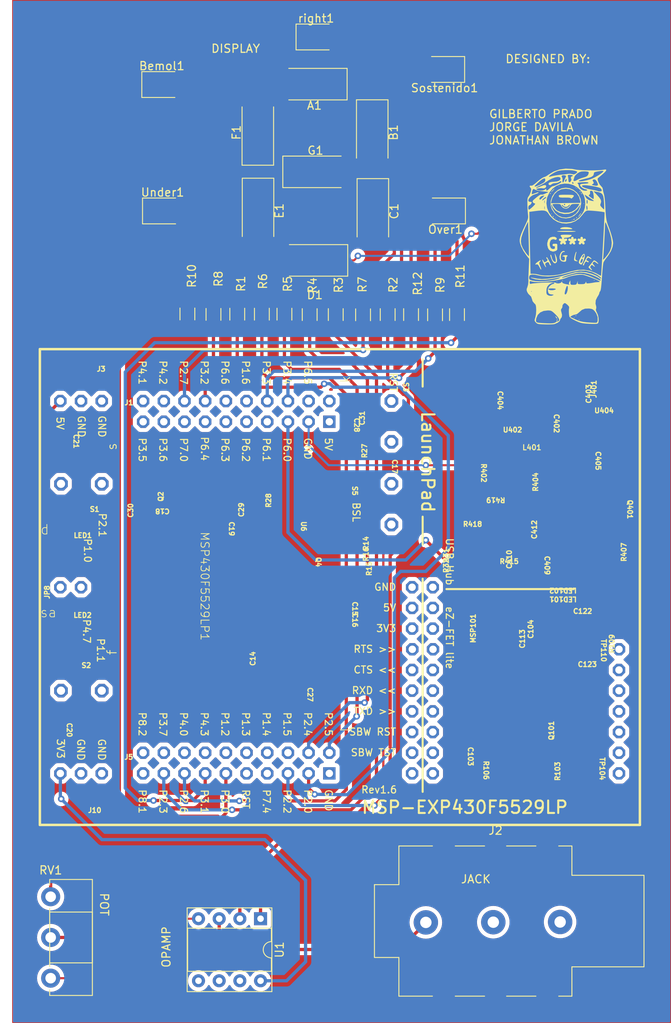
<source format=kicad_pcb>
(kicad_pcb (version 20221018) (generator pcbnew)
  (layers (0 "F.Cu" signal) (31 "B.Cu" signal) (34 "B.Paste" user) (35 "F.Paste" user) (36 "B.SilkS" user "B.Silkscreen") (37 "F.SilkS" user "F.Silkscreen") (38 "B.Mask" user) (39 "F.Mask" user) (44 "Edge.Cuts" user))
  (net 0 "")
  (net 1 "Net-(A1-A)")
  (net 2 "Net-(B1-A)")
  (net 3 "Net-(Bemol1-A)")
  (net 4 "Net-(C1-A)")
  (net 5 "Net-(Under1-A)")
  (net 6 "Net-(F1-A)")
  (net 7 "Net-(E1-A)")
  (net 8 "Net-(D1-A)")
  (net 9 "Net-(G1-A)")
  (net 10 "Net-(Sostenido1-A)")
  (net 11 "Net-(Over1-A)")
  (net 12 "/RUnd")
  (net 13 "/RBmol")
  (net 14 "/A")
  (net 15 "/F")
  (net 16 "/E")
  (net 17 "/D")
  (net 18 "/C")
  (net 19 "/G")
  (net 20 "/B")
  (net 21 "/RIGTH")
  (net 22 "/#")
  (net 23 "Net-(right1-A)")
  (net 24 "Net-(U1A-+)")
  (net 25 "/OVER")
  (net 26 "Net-(U1A--)")
  (net 27 "Net-(A1-K)")
  (net 28 "unconnected-(MSP430F5529LP1-3.3V-Pad1)")
  (net 34 "Net-(MSP430F5529LP1-5V)")
  (net 35 "Net-(MSP430F5529LP1-P6.0)")
  (footprint "LED_SMD:LED_2512_6332Metric_Pad1.52x3.35mm_HandSolder" (layer "F.Cu") (at 72.5775 39.4716 90)
    (fp_text reference "F1")
    (fp_text value "LED")
  )
  (footprint "LED_SMD:LED_1210_3225Metric_Pad1.42x2.65mm_HandSolder" (layer "F.Cu") (at 95.504 31.7246 180)
    (fp_text reference "Sostenido1")
    (fp_text value "LED")
  )
  (footprint "LED_SMD:LED_2512_6332Metric_Pad1.52x3.35mm_HandSolder" (layer "F.Cu") (at 79.6544 44.2976)
    (fp_text reference "G1")
    (fp_text value "LED")
  )
  (footprint "Resistor_SMD:R_1206_3216Metric_Pad1.30x1.75mm_HandSolder" (layer "F.Cu") (at 73.0758 61.7728 -90)
    (fp_text reference "R6")
    (fp_text value "R")
  )
  (footprint "LOGO" (layer "F.Cu") (at 110.441 53.2436)
    (fp_text reference "G***")
    (fp_text value "LOGO" hide)
  )
  (footprint "Resistor_SMD:R_1206_3216Metric_Pad1.30x1.75mm_HandSolder" (layer "F.Cu") (at 82.1436 61.8236 -90)
    (fp_text reference "R3")
    (fp_text value "R")
  )
  (footprint "LED_SMD:LED_2512_6332Metric_Pad1.52x3.35mm_HandSolder" (layer "F.Cu") (at 86.6237 39.4619 -90)
    (fp_text reference "B1")
    (fp_text value "LED")
  )
  (footprint "Resistor_SMD:R_1206_3216Metric_Pad1.30x1.75mm_HandSolder" (layer "F.Cu") (at 88.519 61.8236 -90)
    (fp_text reference "R2")
    (fp_text value "R")
  )
  (footprint "LED_SMD:LED_2512_6332Metric_Pad1.52x3.35mm_HandSolder" (layer "F.Cu") (at 79.5274 33.528 180)
    (fp_text reference "A1")
    (fp_text value "LED")
  )
  (footprint "Resistor_SMD:R_1206_3216Metric_Pad1.30x1.75mm_HandSolder" (layer "F.Cu") (at 75.8444 61.7728 -90)
    (fp_text reference "R5")
    (fp_text value "R")
  )
  (footprint "LED_SMD:LED_2512_6332Metric_Pad1.52x3.35mm_HandSolder" (layer "F.Cu") (at 79.6036 55.1688 180)
    (fp_text reference "D1")
    (fp_text value "LED")
  )
  (footprint "Resistor_SMD:R_1206_3216Metric_Pad1.30x1.75mm_HandSolder" (layer "F.Cu") (at 94.3356 61.849 -90)
    (fp_text reference "R9")
    (fp_text value "R")
  )
  (footprint "LED_SMD:LED_1210_3225Metric_Pad1.42x2.65mm_HandSolder" (layer "F.Cu") (at 95.6056 49.0982 180)
    (fp_text reference "Over1")
    (fp_text value "LED")
  )
  (footprint "Resistor_SMD:R_1206_3216Metric_Pad1.30x1.75mm_HandSolder" (layer "F.Cu") (at 91.3892 61.8236 -90)
    (fp_text reference "R12")
    (fp_text value "R")
  )
  (footprint "Resistor_SMD:R_1206_3216Metric_Pad1.30x1.75mm_HandSolder" (layer "F.Cu") (at 67.1322 61.7982 -90)
    (fp_text reference "R8")
    (fp_text value "R")
  )
  (footprint "Resistor_SMD:R_1206_3216Metric_Pad1.30x1.75mm_HandSolder" (layer "F.Cu") (at 70.0532 61.7728 -90)
    (fp_text reference "R1")
    (fp_text value "R")
  )
  (footprint "LED_SMD:LED_2512_6332Metric_Pad1.52x3.35mm_HandSolder" (layer "F.Cu") (at 72.6029 49.0885 -90)
    (fp_text reference "E1")
    (fp_text value "LED")
  )
  (footprint "Resistor_SMD:R_1206_3216Metric_Pad1.30x1.75mm_HandSolder" (layer "F.Cu") (at 97.028 61.8236 -90)
    (fp_text reference "R11")
    (fp_text value "R")
  )
  (footprint "LED_SMD:LED_1210_3225Metric_Pad1.42x2.65mm_HandSolder" (layer "F.Cu") (at 79.7306 27.7368)
    (fp_text reference "right1")
    (fp_text value "LED")
  )
  (footprint "MSP430F5529:MSP430F5529LP" (layer "F.Cu") (at 64.516 95.1738 -90)
    (fp_text reference "MSP430F5529LP1")
    (fp_text value "~")
  )
  (footprint "LED_SMD:LED_1210_3225Metric_Pad1.42x2.65mm_HandSolder" (layer "F.Cu") (at 60.8838 49.0982)
    (fp_text reference "Under1")
    (fp_text value "LED")
  )
  (footprint "Resistor_SMD:R_1206_3216Metric_Pad1.30x1.75mm_HandSolder" (layer "F.Cu") (at 78.9432 61.8236 -90)
    (fp_text reference "R4")
    (fp_text value "R")
  )
  (footprint "Connector_Audio:Jack_6.35mm_Neutrik_NMJ6HFD3_Horizontal" (layer "F.Cu") (at 95.4146 128.1752)
    (fp_text reference "J2")
    (fp_text value "AudioJack3")
  )
  (footprint "Resistor_SMD:R_1206_3216Metric_Pad1.30x1.75mm_HandSolder" (layer "F.Cu") (at 63.9318 61.7474 -90)
    (fp_text reference "R10")
    (fp_text value "R")
  )
  (footprint "Potentiometer_THT:Potentiometer_ACP_CA14-H2,5_Horizontal" (layer "F.Cu") (at 47.1474 133.303)
    (fp_text reference "RV1")
    (fp_text value "R_Potentiometer")
  )
  (footprint "LED_SMD:LED_2512_6332Metric_Pad1.52x3.35mm_HandSolder" (layer "F.Cu") (at 86.6999 49.1393 -90)
    (fp_text reference "C1")
    (fp_text value "LED")
  )
  (footprint "Package_DIP:DIP-8_W7.62mm_Socket" (layer "F.Cu") (at 72.9134 136.0016 -90)
    (fp_text reference "U1")
    (fp_text value "LM358")
  )
  (footprint "LED_SMD:LED_1210_3225Metric_Pad1.42x2.65mm_HandSolder" (layer "F.Cu") (at 60.7965 33.5788)
    (fp_text reference "Bemol1")
    (fp_text value "LED")
  )
  (footprint "Resistor_SMD:R_1206_3216Metric_Pad1.30x1.75mm_HandSolder" (layer "F.Cu") (at 85.4964 61.849 -90)
    (fp_text reference "R7")
    (fp_text value "R")
  )
  (gr_rect (start 42.5214 23.297) (end 123.2172 148.7222) (stroke (width 0.2)) (fill none) (layer "F.Cu"))
  (gr_text "GILBERTO PRADO\nJORGE DAVILA\nJONATHAN BROWN" (at 100.8906 41.0008) (layer "F.SilkS") (effects (font (size 1 1)) (justify left bottom)))
  (gr_text "OPAMP" (at 61.927 142.0928 90) (layer "F.SilkS") (effects (font (size 1 1)) (justify left bottom)))
  (gr_text "POT\n" (at 53.1386 132.7456 -90) (layer "F.SilkS") (effects (font (size 1 1)) (justify left bottom)))
  (gr_text "JACK\n" (at 97.4362 131.7296) (layer "F.SilkS") (effects (font (size 1 1)) (justify left bottom)))
  (gr_text "DESIGNED BY:" (at 102.8972 31.0186) (layer "F.SilkS") (effects (font (size 1 1)) (justify left bottom)))
  (gr_text "DISPLAY\n" (at 66.7784 29.7486) (layer "F.SilkS") (effects (font (size 1 1)) (justify left bottom)))
  (segment (start 68.023 56.19) (end 68.023 36.3964) (width 0.4) (layer "F.Cu") (net 1))
  (segment (start 70.8914 33.528) (end 76.5399 33.528) (width 0.4) (layer "F.Cu") (net 1))
  (segment (start 68.023 36.3964) (end 70.8914 33.528) (width 0.4) (layer "F.Cu") (net 1))
  (segment (start 70.0532 60.2228) (end 70.0532 58.2202) (width 0.4) (layer "F.Cu") (net 1))
  (segment (start 70.0532 58.2202) (end 68.023 56.19) (width 0.4) (layer "F.Cu") (net 1))
  (segment (start 88.519 57.1754) (end 88.519 60.2736) (width 0.4) (layer "F.Cu") (net 2))
  (segment (start 90.2208 55.4736) (end 88.519 57.1754) (width 0.4) (layer "F.Cu") (net 2))
  (segment (start 90.2208 44.1198) (end 90.2208 55.4736) (width 0.4) (layer "F.Cu") (net 2))
  (segment (start 86.6237 42.4494) (end 87.1257 42.9514) (width 0.4) (layer "F.Cu") (net 2))
  (segment (start 89.0524 42.9514) (end 90.2208 44.1198) (width 0.4) (layer "F.Cu") (net 2))
  (segment (start 87.1257 42.9514) (end 89.0524 42.9514) (width 0.4) (layer "F.Cu") (net 2))
  (segment (start 65.5338 36.8286) (end 65.5338 56.5964) (width 0.4) (layer "F.Cu") (net 3))
  (segment (start 65.5338 56.5964) (end 67.1322 58.1948) (width 0.4) (layer "F.Cu") (net 3))
  (segment (start 67.1322 58.1948) (end 67.1322 60.2482) (width 0.4) (layer "F.Cu") (net 3))
  (segment (start 62.284 33.5788) (end 65.5338 36.8286) (width 0.4) (layer "F.Cu") (net 3))
  (segment (start 84.0486 51.2318) (end 84.074 51.2064) (width 0.4) (layer "F.Cu") (net 4))
  (segment (start 84.074 51.2064) (end 84.9944 52.1268) (width 0.4) (layer "F.Cu") (net 4))
  (segment (start 84.9944 52.1268) (end 86.6999 52.1268) (width 0.4) (layer "F.Cu") (net 4))
  (segment (start 79.6544 56.7182) (end 79.6544 52.324) (width 0.4) (layer "F.Cu") (net 4))
  (segment (start 80.7466 51.2318) (end 84.0486 51.2318) (width 0.4) (layer "F.Cu") (net 4))
  (segment (start 82.1436 60.2736) (end 82.1436 59.2074) (width 0.4) (layer "F.Cu") (net 4))
  (segment (start 82.1436 59.2074) (end 79.6544 56.7182) (width 0.4) (layer "F.Cu") (net 4))
  (segment (start 79.6544 52.324) (end 80.7466 51.2318) (width 0.4) (layer "F.Cu") (net 4))
  (segment (start 62.3713 58.6369) (end 63.9318 60.1974) (width 0.4) (layer "F.Cu") (net 5))
  (segment (start 62.3713 49.0982) (end 62.3713 58.6369) (width 0.4) (layer "F.Cu") (net 5))
  (segment (start 69.801 37.3108) (end 70.6277 36.4841) (width 0.4) (layer "F.Cu") (net 6))
  (segment (start 70.6277 36.4841) (end 72.5775 36.4841) (width 0.4) (layer "F.Cu") (net 6))
  (segment (start 69.801 55.1198) (end 69.801 37.3108) (width 0.4) (layer "F.Cu") (net 6))
  (segment (start 73.0758 60.2228) (end 73.0758 58.3946) (width 0.4) (layer "F.Cu") (net 6))
  (segment (start 73.0758 58.3946) (end 69.801 55.1198) (width 0.4) (layer "F.Cu") (net 6))
  (segment (start 72.6029 52.076) (end 74.3204 53.7935) (width 0.4) (layer "F.Cu") (net 7))
  (segment (start 75.8444 58.801) (end 75.8444 60.2228) (width 0.4) (layer "F.Cu") (net 7))
  (segment (start 74.3204 53.7935) (end 74.3204 57.277) (width 0.4) (layer "F.Cu") (net 7))
  (segment (start 74.3204 57.277) (end 75.8444 58.801) (width 0.4) (layer "F.Cu") (net 7))
  (segment (start 78.486 57.531) (end 78.9432 57.9882) (width 0.4) (layer "F.Cu") (net 8))
  (segment (start 78.9432 57.9882) (end 78.9432 60.2736) (width 0.4) (layer "F.Cu") (net 8))
  (segment (start 76.6161 55.1688) (end 78.486 57.0387) (width 0.4) (layer "F.Cu") (net 8))
  (segment (start 78.486 57.0387) (end 78.486 57.531) (width 0.4) (layer "F.Cu") (net 8))
  (segment (start 88.3412 49.2506) (end 89.3318 50.2412) (width 0.4) (layer "F.Cu") (net 9))
  (segment (start 85.4964 58.1914) (end 85.4964 60.299) (width 0.4) (layer "F.Cu") (net 9))
  (segment (start 89.3318 54.356) (end 85.4964 58.1914) (width 0.4) (layer "F.Cu") (net 9))
  (segment (start 82.6419 47.1327) (end 84.7598 49.2506) (width 0.4) (layer "F.Cu") (net 9))
  (segment (start 89.3318 50.2412) (end 89.3318 54.356) (width 0.4) (layer "F.Cu") (net 9))
  (segment (start 84.7598 49.2506) (end 88.3412 49.2506) (width 0.4) (layer "F.Cu") (net 9))
  (segment (start 82.6419 44.2976) (end 82.6419 47.1327) (width 0.4) (layer "F.Cu") (net 9))
  (segment (start 94.3356 53.2892) (end 94.3356 60.299) (width 0.4) (layer "F.Cu") (net 10))
  (segment (start 92.4814 46.4312) (end 92.4814 51.435) (width 0.4) (layer "F.Cu") (net 10))
  (segment (start 94.0165 31.7246) (end 94.0165 44.8961) (width 0.4) (layer "F.Cu") (net 10))
  (segment (start 92.4814 51.435) (end 94.3356 53.2892) (width 0.4) (layer "F.Cu") (net 10))
  (segment (start 94.0165 44.8961) (end 92.4814 46.4312) (width 0.4) (layer "F.Cu") (net 10))
  (segment (start 95.2754 51.943) (end 96.1644 51.943) (width 0.4) (layer "F.Cu") (net 11))
  (segment (start 94.1181 50.7857) (end 95.2754 51.943) (width 0.4) (layer "F.Cu") (net 11))
  (segment (start 94.1181 49.0982) (end 94.1181 50.7857) (width 0.4) (layer "F.Cu") (net 11))
  (segment (start 96.1644 51.943) (end 97.028 52.8066) (width 0.4) (layer "F.Cu") (net 11))
  (segment (start 97.028 52.8066) (end 97.028 60.2736) (width 0.4) (layer "F.Cu") (net 11))
  (segment (start 68.6562 123.0376) (end 68.6562 118.1608) (width 0.4) (layer "F.Cu") (net 12))
  (segment (start 55.5752 67.31) (end 55.5752 121.6152) (width 0.4) (layer "F.Cu") (net 12))
  (segment (start 55.5752 121.6152) (end 57.3786 123.4186) (width 0.4) (layer "F.Cu") (net 12))
  (segment (start 67.6656 123.4186) (end 67.9704 123.7234) (width 0.4) (layer "F.Cu") (net 12))
  (segment (start 59.5878 63.2974) (end 55.5752 67.31) (width 0.4) (layer "F.Cu") (net 12))
  (segment (start 63.9318 63.2974) (end 59.5878 63.2974) (width 0.4) (layer "F.Cu") (net 12))
  (segment (start 67.9704 123.7234) (end 68.6562 123.0376) (width 0.4) (layer "F.Cu") (net 12))
  (segment (start 57.3786 123.4186) (end 67.6656 123.4186) (width 0.4) (layer "F.Cu") (net 12))
  (segment (start 67.1322 68.8086) (end 65.9892 69.9516) (width 0.4) (layer "F.Cu") (net 13))
  (segment (start 66.1162 70.0786) (end 66.1162 72.4408) (width 0.4) (layer "F.Cu") (net 13))
  (segment (start 65.9892 69.9516) (end 66.1162 70.0786) (width 0.4) (layer "F.Cu") (net 13))
  (segment (start 67.1322 63.3482) (end 67.1322 68.8086) (width 0.4) (layer "F.Cu") (net 13))
  (segment (start 80.298 70.7442) (end 72.1886 70.7442) (width 0.4) (layer "F.Cu") (net 14))
  (segment (start 70.0532 68.6088) (end 70.0532 67.1576) (width 0.4) (layer "F.Cu") (net 14))
  (segment (start 70.0532 63.3228) (end 70.0532 67.1576) (width 0.4) (layer "F.Cu") (net 14))
  (segment (start 78.8162 118.1608) (end 78.8162 119.9896) (width 0.4) (layer "F.Cu") (net 14))
  (segment (start 80.7212 70.321) (end 80.298 70.7442) (width 0.4) (layer "F.Cu") (net 14))
  (segment (start 70.0532 67.1576) (end 70.0532 65.5066) (width 0.4) (layer "F.Cu") (net 14))
  (segment (start 78.8162 119.9896) (end 79.5528 120.7262) (width 0.4) (layer "F.Cu") (net 14))
  (segment (start 72.1886 70.7442) (end 70.0532 68.6088) (width 0.4) (layer "F.Cu") (net 14))
  (via (at 80.7212 70.321) (size 0.8) (drill 0.4) (layers "F.Cu" "B.Cu") (net 14))
  (via (at 79.5528 120.7262) (size 0.8) (drill 0.4) (layers "F.Cu" "B.Cu") (net 14))
  (segment (start 89.3318 94.1394) (end 89.3318 114.9858) (width 0.4) (layer "B.Cu") (net 14))
  (segment (start 80.735 70.3072) (end 81.4324 70.3072) (width 0.4) (layer "B.Cu") (net 14))
  (segment (start 83.5406 120.777) (end 79.5528 120.7262) (width 0.4) (layer "B.Cu") (net 14))
  (segment (start 90.1136 93.3576) (end 89.3318 94.1394) (width 0.4) (layer "B.Cu") (net 14))
  (segment (start 95.963 90.5816) (end 93.187 93.3576) (width 0.4) (layer "B.Cu") (net 14))
  (segment (start 80.7212 70.321) (end 80.735 70.3072) (width 0.4) (layer "B.Cu") (net 14))
  (segment (start 81.8642 70.739) (end 90.0176 70.739) (width 0.4) (layer "B.Cu") (net 14))
  (segment (start 81.4324 70.3072) (end 81.8642 70.739) (width 0.4) (layer "B.Cu") (net 14))
  (segment (start 90.0176 70.739) (end 95.963 76.6844) (width 0.4) (layer "B.Cu") (net 14))
  (segment (start 93.187 93.3576) (end 90.1136 93.3576) (width 0.4) (layer "B.Cu") (net 14))
  (segment (start 89.3318 114.9858) (end 83.5406 120.777) (width 0.4) (layer "B.Cu") (net 14))
  (segment (start 79.5528 120.7262) (end 79.6036 120.777) (width 0.4) (layer "B.Cu") (net 14))
  (segment (start 95.963 76.6844) (end 95.963 90.5816) (width 0.4) (layer "B.Cu") (net 14))
  (segment (start 70.3072 121.5644) (end 70.3072 121.5644) (width 0.4) (layer "F.Cu") (net 15))
  (segment (start 73.787 69.596) (end 81.3816 69.596) (width 0.4) (layer "F.Cu") (net 15))
  (segment (start 70.3072 121.539) (end 70.3072 121.5644) (width 0.4) (layer "F.Cu") (net 15))
  (segment (start 70.3326 121.539) (end 70.3072 121.539) (width 0.4) (layer "F.Cu") (net 15))
  (segment (start 82.042 121.539) (end 70.3326 121.539) (width 0.4) (layer "F.Cu") (net 15))
  (segment (start 83.439 120.142) (end 82.042 121.539) (width 0.4) (layer "F.Cu") (net 15))
  (segment (start 73.0758 68.8848) (end 73.787 69.596) (width 0.4) (layer "F.Cu") (net 15))
  (segment (start 81.3816 69.596) (end 83.439 71.6534) (width 0.4) (layer "F.Cu") (net 15))
  (segment (start 83.439 71.6534) (end 83.439 120.142) (width 0.4) (layer "F.Cu") (net 15))
  (segment (start 70.3326 121.539) (end 70.3326 121.539) (width 0.4) (layer "F.Cu") (net 15))
  (segment (start 73.0758 63.3228) (end 73.0758 68.8848) (width 0.4) (layer "F.Cu") (net 15))
  (via (at 70.3072 121.539) (size 0.8) (drill 0.4) (layers "F.Cu" "B.Cu") (net 15))
  (segment (start 70.3072 121.539) (end 64.8208 121.539) (width 0.4) (layer "B.Cu") (net 15))
  (segment (start 64.8208 121.539) (end 63.5762 120.2944) (width 0.4) (layer "B.Cu") (net 15))
  (segment (start 63.5762 120.2944) (end 63.5762 118.1608) (width 0.4) (layer "B.Cu") (net 15))
  (segment (start 84.7598 70.739) (end 82.5754 68.5546) (width 0.4) (layer "F.Cu") (net 16))
  (segment (start 76.7334 68.5546) (end 75.8444 67.6656) (width 0.4) (layer "F.Cu") (net 16))
  (segment (start 84.709 111.1504) (end 84.7598 111.0996) (width 0.4) (layer "F.Cu") (net 16))
  (segment (start 75.8444 67.6656) (end 75.8444 63.3228) (width 0.4) (layer "F.Cu") (net 16))
  (segment (start 82.5754 68.5546) (end 76.7334 68.5546) (width 0.4) (layer "F.Cu") (net 16))
  (segment (start 84.7598 111.0996) (end 84.7598 70.739) (width 0.4) (layer "F.Cu") (net 16))
  (via (at 84.709 111.1504) (size 0.8) (drill 0.4) (layers "F.Cu" "B.Cu") (net 16))
  (via (at 84.709 111.1504) (size 0.8) (drill 0.4) (layers "F.Cu" "B.Cu") (net 16))
  (via (at 84.709 111.1504) (size 0.8) (drill 0.4) (layers "F.Cu" "B.Cu") (net 16))
  (segment (start 84.709 111.1504) (end 81.3562 114.5032) (width 0.4) (layer "B.Cu") (net 16))
  (segment (start 81.3562 114.5032) (end 81.3562 115.6208) (width 0.4) (layer "B.Cu") (net 16))
  (segment (start 78.9432 66.2686) (end 78.9432 63.3736) (width 0.4) (layer "F.Cu") (net 17))
  (segment (start 80.0608 67.3862) (end 78.9432 66.2686) (width 0.4) (layer "F.Cu") (net 17))
  (segment (start 85.6742 109.474) (end 86.0298 109.1184) (width 0.4) (layer "F.Cu") (net 17))
  (segment (start 86.0298 69.7738) (end 83.6422 67.3862) (width 0.4) (layer "F.Cu") (net 17))
  (segment (start 86.0298 109.1184) (end 86.0298 69.7738) (width 0.4) (layer "F.Cu") (net 17))
  (segment (start 83.6422 67.3862) (end 80.0608 67.3862) (width 0.4) (layer "F.Cu") (net 17))
  (segment (start 86.0298 109.1184) (end 86.0298 104.4448) (width 0.4) (layer "F.Cu") (net 17))
  (via (at 85.6742 109.474) (size 0.8) (drill 0.4) (layers "F.Cu" "B.Cu") (net 17))
  (via (at 85.6742 109.474) (size 0.8) (drill 0.4) (layers "F.Cu" "B.Cu") (net 17))
  (segment (start 78.8162 114.4778) (end 78.8162 115.6208) (width 0.4) (layer "B.Cu") (net 17))
  (segment (start 83.82 109.474) (end 78.8162 114.4778) (width 0.4) (layer "B.Cu") (net 17))
  (segment (start 85.6742 109.474) (end 83.82 109.474) (width 0.4) (layer "B.Cu") (net 17))
  (segment (start 87.1474 119.507) (end 84.0232 122.6312) (width 0.4) (layer "F.Cu") (net 18))
  (segment (start 82.1436 63.3736) (end 82.1436 64.4144) (width 0.4) (layer "F.Cu") (net 18))
  (segment (start 84.0232 122.6312) (end 69.4182 122.6312) (width 0.4) (layer "F.Cu") (net 18))
  (segment (start 87.1474 69.4182) (end 87.1474 119.507) (width 0.4) (layer "F.Cu") (net 18))
  (segment (start 82.1436 64.4144) (end 87.1474 69.4182) (width 0.4) (layer "F.Cu") (net 18))
  (via (at 69.4182 122.6312) (size 0.8) (drill 0.4) (layers "F.Cu" "B.Cu") (net 18))
  (via (at 69.4182 122.6312) (size 0.8) (drill 0.4) (layers "F.Cu" "B.Cu") (net 18))
  (segment (start 61.0362 120.4214) (end 61.0362 118.1608) (width 0.4) (layer "B.Cu") (net 18))
  (segment (start 63.246 122.6312) (end 61.0362 120.4214) (width 0.4) (layer "B.Cu") (net 18))
  (segment (start 69.4182 122.6312) (end 63.246 122.6312) (width 0.4) (layer "B.Cu") (net 18))
  (segment (start 85.4964 66.167) (end 85.4964 63.399) (width 0.4) (layer "F.Cu") (net 19))
  (via (at 85.4964 66.167) (size 0.8) (drill 0.4) (layers "F.Cu" "B.Cu") (net 19))
  (via (at 85.4964 66.167) (size 0.8) (drill 0.4) (layers "F.Cu" "B.Cu") (net 19))
  (segment (start 65.8876 66.2178) (end 63.5762 68.5292) (width 0.4) (layer "B.Cu") (net 19))
  (segment (start 85.4456 66.2178) (end 65.8876 66.2178) (width 0.4) (layer "B.Cu") (net 19))
  (segment (start 63.5762 68.5292) (end 63.5762 72.4408) (width 0.4) (layer "B.Cu") (net 19))
  (segment (start 85.4964 66.167) (end 85.4456 66.2178) (width 0.4) (layer "B.Cu") (net 19))
  (segment (start 89.027 70.2056) (end 90.4494 71.628) (width 0.4) (layer "F.Cu") (net 20))
  (segment (start 88.519 69.6976) (end 89.027 70.2056) (width 0.4) (layer "F.Cu") (net 20))
  (segment (start 88.8238 120.1674) (end 86.8934 122.0978) (width 0.4) (layer "F.Cu") (net 20))
  (segment (start 88.519 63.3736) (end 88.519 69.6976) (width 0.4) (layer "F.Cu") (net 20))
  (segment (start 88.8238 91.4146) (end 88.8238 120.1674) (width 0.4) (layer "F.Cu") (net 20))
  (segment (start 90.6526 71.6788) (end 91.059 72.0852) (width 0.4) (layer "F.Cu") (net 20))
  (segment (start 90.4494 71.628) (end 90.6526 71.628) (width 0.4) (layer "F.Cu") (net 20))
  (segment (start 91.059 89.1794) (end 88.8238 91.4146) (width 0.4) (layer "F.Cu") (net 20))
  (segment (start 90.6526 71.628) (end 90.6526 71.6788) (width 0.4) (layer "F.Cu") (net 20))
  (segment (start 91.059 72.0852) (end 91.059 89.1794) (width 0.4) (layer "F.Cu") (net 20))
  (via (at 86.8934 122.0978) (size 0.8) (drill 0.4) (layers "F.Cu" "B.Cu") (net 20))
  (via (at 86.8934 122.0978) (size 0.8) (drill 0.4) (layers "F.Cu" "B.Cu") (net 20))
  (segment (start 86.8934 122.0978) (end 78.0288 122.0978) (width 0.4) (layer "B.Cu") (net 20))
  (segment (start 78.0288 122.0978) (end 76.2254 120.2944) (width 0.4) (layer "B.Cu") (net 20))
  (segment (start 76.2254 120.2944) (end 76.2762 120.2436) (width 0.4) (layer "B.Cu") (net 20))
  (segment (start 76.2762 120.2436) (end 76.2762 118.1608) (width 0.4) (layer "B.Cu") (net 20))
  (segment (start 89.916 69.596) (end 91.3892 68.1228) (width 0.4) (layer "F.Cu") (net 21))
  (segment (start 91.3892 68.1228) (end 91.3892 63.3736) (width 0.4) (layer "F.Cu") (net 21))
  (via (at 89.916 69.596) (size 0.8) (drill 0.4) (layers "F.Cu" "B.Cu") (net 21))
  (via (at 89.916 69.596) (size 0.8) (drill 0.4) (layers "F.Cu" "B.Cu") (net 21))
  (segment (start 86.7156 69.5706) (end 76.708 69.5706) (width 0.4) (layer "B.Cu") (net 21))
  (segment (start 89.916 69.596) (end 86.741 69.596) (width 0.4) (layer "B.Cu") (net 21))
  (segment (start 76.2762 70.0024) (end 76.2762 72.4408) (width 0.4) (layer "B.Cu") (net 21))
  (segment (start 76.708 69.5706) (end 76.2762 70.0024) (width 0.4) (layer "B.Cu") (net 21))
  (segment (start 86.741 69.596) (end 86.7156 69.5706) (width 0.4) (layer "B.Cu") (net 21))
  (segment (start 94.3356 66.3702) (end 93.4974 67.2084) (width 0.4) (layer "F.Cu") (net 22))
  (segment (start 94.3356 63.399) (end 94.3356 66.3702) (width 0.4) (layer "F.Cu") (net 22))
  (via (at 93.4974 67.2084) (size 0.8) (drill 0.4) (layers "F.Cu" "B.Cu") (net 22))
  (via (at 93.4974 67.2084) (size 0.8) (drill 0.4) (layers "F.Cu" "B.Cu") (net 22))
  (segment (start 73.7362 69.5706) (end 73.7362 72.4408) (width 0.4) (layer "B.Cu") (net 22))
  (segment (start 91.9226 68.7832) (end 74.5236 68.7832) (width 0.4) (layer "B.Cu") (net 22))
  (segment (start 93.4974 67.2084) (end 91.9226 68.7832) (width 0.4) (layer "B.Cu") (net 22))
  (segment (start 74.5236 68.7832) (end 73.7362 69.5706) (width 0.4) (layer "B.Cu") (net 22))
  (segment (start 91.3892 38.7096) (end 91.3892 60.2736) (width 0.4) (layer "F.Cu") (net 23))
  (segment (start 85.6234 27.7368) (end 91.1352 33.2486) (width 0.4) (layer "F.Cu") (net 23))
  (segment (start 91.1352 38.4556) (end 91.3892 38.7096) (width 0.4) (layer "F.Cu") (net 23))
  (segment (start 91.1352 33.2486) (end 91.1352 38.4556) (width 0.4) (layer "F.Cu") (net 23))
  (segment (start 81.2181 27.7368) (end 85.6234 27.7368) (width 0.4) (layer "F.Cu") (net 23))
  (segment (start 67.8334 138.184) (end 69.4308 139.7814) (width 0.4) (layer "F.Cu") (net 24))
  (segment (start 67.8334 136.0016) (end 67.8334 138.184) (width 0.4) (layer "F.Cu") (net 24))
  (segment (start 69.4308 139.7814) (end 89.9484 139.7814) (width 0.4) (layer "F.Cu") (net 24))
  (segment (start 89.9484 139.7814) (end 93.4396 136.2902) (width 0.4) (layer "F.Cu") (net 24))
  (segment (start 59.7662 121.4882) (end 64.6176 121.4882) (width 0.4) (layer "F.Cu") (net 25))
  (segment (start 66.1416 119.9642) (end 66.1162 119.9388) (width 0.4) (layer "F.Cu") (net 25))
  (segment (start 97.028 63.3736) (end 97.028 64.5668) (width 0.4) (layer "F.Cu") (net 25))
  (segment (start 64.6176 121.4882) (end 66.1416 119.9642) (width 0.4) (layer "F.Cu") (net 25))
  (segment (start 66.1162 119.9388) (end 66.1162 118.1608) (width 0.4) (layer "F.Cu") (net 25))
  (segment (start 97.028 64.5668) (end 96.3676 65.2272) (width 0.4) (layer "F.Cu") (net 25))
  (via (at 59.7662 121.4882) (size 0.8) (drill 0.4) (layers "F.Cu" "B.Cu") (net 25))
  (via (at 96.301742 65.286567) (size 0.8) (drill 0.4) (layers "F.Cu" "B.Cu") (net 25))
  (via (at 96.2914 65.278) (size 0.8) (drill 0.4) (layers "F.Cu" "B.Cu") (net 25))
  (via (at 59.7662 121.4882) (size 0.8) (drill 0.4) (layers "F.Cu" "B.Cu") (net 25))
  (segment (start 57.8358 121.4882) (end 59.7662 121.4882) (width 0.4) (layer "B.Cu") (net 25))
  (segment (start 57.6072 121.2596) (end 57.8358 121.4882) (width 0.4) (layer "B.Cu") (net 25))
  (segment (start 96.2914 65.278) (end 59.9186 65.278) (width 0.4) (layer "B.Cu") (net 25))
  (segment (start 56.3118 68.8848) (end 56.3118 119.9642) (width 0.4) (layer "B.Cu") (net 25))
  (segment (start 59.9186 65.278) (end 56.3118 68.8848) (width 0.4) (layer "B.Cu") (net 25))
  (segment (start 56.3118 119.9642) (end 57.6072 121.2596) (width 0.4) (layer "B.Cu") (net 25))
  (segment (start 47.1474 138.303) (end 53.3146 138.303) (width 0.4) (layer "F.Cu") (net 26))
  (segment (start 53.3146 138.303) (end 58.5978 133.0198) (width 0.4) (layer "F.Cu") (net 26))
  (segment (start 58.5978 133.0198) (end 69.088 133.0198) (width 0.4) (layer "F.Cu") (net 26))
  (segment (start 70.3734 134.3052) (end 70.3734 136.0016) (width 0.4) (layer "F.Cu") (net 26))
  (segment (start 69.088 133.0198) (end 70.3734 134.3052) (width 0.4) (layer "F.Cu") (net 26))
  (segment (start 59.309 33.5788) (end 59.309 49.0109) (width 0.25) (layer "F.Cu") (net 27))
  (segment (start 91.391 146.1314) (end 91.4926 146.233) (width 0.25) (layer "F.Cu") (net 27))
  (segment (start 59.309 33.5788) (end 59.309 31.0204) (width 0.25) (layer "F.Cu") (net 27))
  (segment (start 99.7984 49.3066) (end 99.392 48.9002) (width 0.25) (layer "F.Cu") (net 27))
  (segment (start 84.2282 44.6584) (end 84.2282 41.839) (width 0.25) (layer "F.Cu") (net 27))
  (segment (start 96.9915 31.7246) (end 96.9915 29.5833) (width 0.25) (layer "F.Cu") (net 27))
  (segment (start 76.6669 44.2976) (end 74.8284 42.4591) (width 0.25) (layer "F.Cu") (net 27))
  (segment (start 62.5926 27.7368) (end 76.1562 27.7368) (width 0.25) (layer "F.Cu") (net 27))
  (segment (start 84.2282 41.839) (end 84.1266 41.7374) (width 0.25) (layer "F.Cu") (net 27))
  (segment (start 99.5444 51.8974) (end 99.7984 51.6434) (width 0.25) (layer "F.Cu") (net 27))
  (segment (start 115.394 140.3148) (end 115.394 132.4662) (width 0.25) (layer "F.Cu") (net 27))
  (segment (start 84.24225 38.85585) (end 86.6237 36.4744) (width 0.25) (layer "F.Cu") (net 27))
  (segment (start 96.9915 31.7246) (end 99.3614 31.7246) (width 0.25) (layer "F.Cu") (net 27))
  (segment (start 96.9915 29.5833) (end 92.5848 25.1766) (width 0.25) (layer "F.Cu") (net 27))
  (segment (start 85.4097 44.8616) (end 84.4314 44.8616) (width 0.25) (layer "F.Cu") (net 27))
  (segment (start 84.1266 38.9715) (end 84.24225 38.85585) (width 0.25) (layer "F.Cu") (net 27))
  (segment (start 96.344 141.3816) (end 114.3272 141.3816) (width 0.25) (layer "F.Cu") (net 27))
  (segment (start 79.43895 38.85585) (end 84.24225 38.85585) (width 0.25) (layer "F.Cu") (net 27))
  (segment (start 82.5911 55.1688) (end 84.3858 55.1688) (width 0.25) (layer "F.Cu") (net 27))
  (segment (start 74.8284 42.4591) (end 72.5775 42.4591) (width 0.25) (layer "F.Cu") (net 27))
  (segment (start 99.392 48.9002) (end 99.392 32.06) (width 0.25) (layer "F.Cu") (net 27))
  (segment (start 72.5775 46.0756) (end 72.6029 46.101) (width 0.25) (layer "F.Cu") (net 27))
  (segment (start 84.8632 54.6152) (end 84.9394 54.6152) (width 0.25) (layer "F.Cu") (net 27))
  (segment (start 99.392 32.06) (end 99.5444 31.9076) (width 0.25) (layer "F.Cu") (net 27))
  (segment (start 98.8078 51.8974) (end 99.5444 51.8974) (width 0.25) (layer "F.Cu") (net 27))
  (segment (start 91.4926 146.233) (end 96.344 141.3816) (width 0.25) (layer "F.Cu") (net 27))
  (segment (start 93.1944 80.32) (end 97.0298 80.32) (width 0.25) (layer "F.Cu") (net 27))
  (segment (start 76.1562 26.543) (end 76.1562 27.7368) (width 0.25) (layer "F.Cu") (net 27))
  (segment (start 76.6669 44.2976) (end 76.6669 41.6279) (width 0.25) (layer "F.Cu") (net 27))
  (segment (start 77.5226 25.1766) (end 76.1562 26.543) (width 0.25) (layer "F.Cu") (net 27))
  (segment (start 99.194 49.0982) (end 99.392 48.9002) (width 0.25) (layer "F.Cu") (net 27))
  (segment (start 76.6669 41.6279) (end 79.43895 38.85585) (width 0.25) (layer "F.Cu") (net 27))
  (segment (start 57.5492 143.303) (end 60.3776 146.1314) (width 0.25) (layer "F.Cu") (net 27))
  (segment (start 99.3614 31.7246) (end 99.5444 31.9076) (width 0.25) (layer "F.Cu") (net 27))
  (segment (start 60.3776 146.1314) (end 91.391 146.1314) (width 0.25) (layer "F.Cu") (net 27))
  (segment (start 47.1474 143.303) (end 49.6678 143.303) (width 0.25) (layer "F.Cu") (net 27))
  (segment (start 99.7984 116.8706) (end 99.7984 77.5514) (width 0.25) (layer "F.Cu") (net 27))
  (segment (start 50.8762 74.7084) (end 50.7256 74.859) (width 0.25) (layer "F.Cu") (net 27))
  (segment (start 114.3272 141.3816) (end 115.394 140.3148) (width 0.25) (layer "F.Cu") (net 27))
  (segment (start 84.3858 55.1688) (end 84.8632 54.6914) (width 0.25) (layer "F.Cu") (net 27))
  (segment (start 65.2934 136.0016) (end 61.7444 136.0016) (width 0.25) (layer "F.Cu") (net 27))
  (segment (start 84.9394 54.6152) (end 84.8632 54.6914) (width 0.25) (layer "F.Cu") (net 27))
  (segment (start 86.6237 34.7445) (end 85.4072 33.528) (width 0.25) (layer "F.Cu") (net 27))
  (segment (start 59.309 31.0204) (end 62.5926 27.7368) (width 0.25) (layer "F.Cu") (net 27))
  (segment (start 78.2431 29.2562) (end 78.2431 27.7368) (width 0.25) (layer "F.Cu") (net 27))
  (segment (start 86.6999 46.1518) (end 85.4097 44.8616) (width 0.25) (layer "F.Cu") (net 27))
  (segment (start 115.394 132.4662) (end 99.7984 116.8706) (width 0.25) (layer "F.Cu") (net 27))
  (segment (start 78.2431 27.7368) (end 76.1562 27.7368) (width 0.25) (layer "F.Cu") (net 27))
  (segment (start 99.7984 51.6434) (end 99.7984 49.3066) (width 0.25) (layer "F.Cu") (net 27))
  (segment (start 84.8632 54.6914) (end 84.8632 54.6152) (width 0.25) (layer "F.Cu") (net 27))
  (segment (start 99.7984 77.5514) (end 99.7984 51.6434) (width 0.25) (layer "F.Cu") (net 27))
  (segment (start 82.5149 33.528) (end 78.2431 29.2562) (width 0.25) (layer "F.Cu") (net 27))
  (segment (start 72.5775 42.4591) (end 72.5775 46.0756) (width 0.25) (layer "F.Cu") (net 27))
  (segment (start 61.419 136.327) (end 61.419 145.09) (width 0.25) (layer "F.Cu") (net 27))
  (segment (start 78.5132 78.669) (end 78.8162 78.366) (width 0.25) (layer "F.Cu") (net 27))
  (segment (start 47.1474 143.303) (end 57.5492 143.303) (width 0.25) (layer "F.Cu") (net 27))
  (segment (start 92.5848 25.1766) (end 77.5226 25.1766) (width 0.25) (layer "F.Cu") (net 27))
  (segment (start 86.6237 36.4744) (end 86.6237 34.7445) (width 0.25) (layer "F.Cu") (net 27))
  (segment (start 97.0931 49.0982) (end 99.194 49.0982) (width 0.25) (layer "F.Cu") (net 27))
  (segment (start 97.0298 80.32) (end 99.7984 77.5514) (width 0.25) (layer "F.Cu") (net 27))
  (segment (start 84.4314 44.8616) (end 84.2282 44.6584) (width 0.25) (layer "F.Cu") (net 27))
  (segment (start 84.1266 41.7374) (end 84.1266 38.9715) (width 0.25) (layer "F.Cu") (net 27))
  (segment (start 49.6678 143.303) (end 49.735 143.2358) (width 0.25) (layer "F.Cu") (net 27))
  (segment (start 61.419 145.09) (end 60.3776 146.1314) (width 0.25) (layer "F.Cu") (net 27))
  (segment (start 61.7444 136.0016) (end 61.419 136.327) (width 0.25) (layer "F.Cu") (net 27))
  (segment (start 59.309 49.0109) (end 59.3963 49.0982) (width 0.25) (layer "F.Cu") (net 27))
  (segment (start 85.4072 33.528) (end 82.5149 33.528) (width 0.25) (layer "F.Cu") (net 27))
  (via (at 93.1944 80.32) (size 0.8) (drill 0.4) (layers "F.Cu" "B.Cu") (net 27))
  (via (at 98.8078 51.8974) (size 0.8) (drill 0.4) (layers "F.Cu" "B.Cu") (net 27))
  (via (at 98.8078 51.8974) (size 0.8) (drill 0.4) (layers "F.Cu" "B.Cu") (net 27))
  (via (at 84.8632 54.6152) (size 0.8) (drill 0.4) (layers "F.Cu" "B.Cu") (net 27))
  (via (at 93.1944 80.32) (size 0.8) (drill 0.4) (layers "F.Cu" "B.Cu") (net 27))
  (via (at 84.8632 54.6152) (size 0.8) (drill 0.4) (layers "F.Cu" "B.Cu") (net 27))
  (segment (start 81.2564 80.32) (end 93.1944 80.32) (width 0.25) (layer "B.Cu") (net 27))
  (segment (start 84.8632 54.6152) (end 96.09 54.6152) (width 0.25) (layer "B.Cu") (net 27))
  (segment (start 78.8162 77.8798) (end 80.9516 80.0152) (width 0.25) (layer "B.Cu") (net 27))
  (segment (start 78.8162 74.9808) (end 78.8162 77.8798) (width 0.25) (layer "B.Cu") (net 27))
  (segment (start 80.9516 80.0152) (end 81.2564 80.32) (width 0.25) (layer "B.Cu") (net 27))
  (segment (start 96.09 54.6152) (end 98.8078 51.8974) (width 0.25) (layer "B.Cu") (net 27))
  (segment (start 50.9744 72.4408) (end 50.9796 72.446) (width 0.25) (layer "B.Cu") (net 27))
  (via (at 48.4396 121.2902) (size 0.8) (drill 0.4) (layers "F.Cu" "B.Cu") (net 28))
  (segment (start 48.3362 121.1868) (end 48.4396 121.2902) (width 0.4) (layer "B.Cu") (net 28))
  (segment (start 78.4396 131.2902) (end 73.4396 126.2902) (width 0.4) (layer "B.Cu") (net 28))
  (segment (start 73.4396 126.2902) (end 53.4396 126.2902) (width 0.4) (layer "B.Cu") (net 28))
  (segment (start 78.4396 141.2902) (end 78.4396 131.2902) (width 0.4) (layer "B.Cu") (net 28))
  (segment (start 53.4396 126.2902) (end 48.4396 121.2902) (width 0.4) (layer "B.Cu") (net 28))
  (segment (start 76.1082 143.6216) (end 78.4396 141.2902) (width 0.4) (layer "B.Cu") (net 28))
  (segment (start 72.9134 143.6216) (end 76.1082 143.6216) (width 0.4) (layer "B.Cu") (net 28))
  (segment (start 48.3362 118.1608) (end 48.3362 121.1868) (width 0.4) (layer "B.Cu") (net 28))
  (segment (start 45.9994 127.762) (end 45.9994 74.7776) (width 0.4) (layer "F.Cu") (net 34))
  (segment (start 47.1474 128.91) (end 45.9994 127.762) (width 0.4) (layer "F.Cu") (net 34))
  (segment (start 47.1474 133.303) (end 47.1474 128.91) (width 0.4) (layer "F.Cu") (net 34))
  (segment (start 45.9994 74.7776) (end 48.3362 72.4408) (width 0.4) (layer "F.Cu") (net 34))
  (segment (start 96.288 92.6084) (end 96.393 92.6084) (width 0.4) (layer "F.Cu") (net 35))
  (segment (start 93.1944 89.5148) (end 96.288 92.6084) (width 0.4) (layer "F.Cu") (net 35))
  (segment (start 98.5266 121.6152) (end 94.9198 125.222) (width 0.4) (layer "F.Cu") (net 35))
  (segment (start 72.9134 128.9658) (end 72.9134 136.0016) (width 0.4) (layer "F.Cu") (net 35))
  (segment (start 96.393 92.6084) (end 98.5266 94.742) (width 0.4) (layer "F.Cu") (net 35))
  (segment (start 76.6572 125.222) (end 72.9134 128.9658) (width 0.4) (layer "F.Cu") (net 35))
  (segment (start 94.9198 125.222) (end 76.6572 125.222) (width 0.4) (layer "F.Cu") (net 35))
  (segment (start 98.5266 94.742) (end 98.5266 121.6152) (width 0.4) (layer "F.Cu") (net 35))
  (via (at 93.1944 89.5148) (size 0.8) (drill 0.4) (layers "F.Cu" "B.Cu") (net 35))
  (via (at 93.1944 89.5148) (size 0.8) (drill 0.4) (layers "F.Cu" "B.Cu") (net 35))
  (segment (start 76.2762 88.5698) (end 76.2762 74.9808) (width 0.4) (layer "B.Cu") (net 35))
  (segment (start 93.1944 89.5148) (end 90.756 91.9532) (width 0.4) (layer "B.Cu") (net 35))
  (segment (start 79.6596 91.9532) (end 76.2762 88.5698) (width 0.4) (layer "B.Cu") (net 35))
  (segment (start 90.756 91.9532) (end 79.6596 91.9532) (width 0.4) (layer "B.Cu") (net 35))
  (zone (net 0) (net_name "") (layers "F&B.Cu") (connect_pads (clearance 0.5)) (min_thickness 0.25) (fill yes (thermal_gap 0.5) (thermal_bridge_width 0.5) (island_removal_mode 1) (island_area_min 10))
    (polygon (pts (xy 42.5214 23.297) (xy 123.2172 23.297) (xy 123.2172 148.7222) (xy 42.5214 148.7222)))
  )
)
</source>
